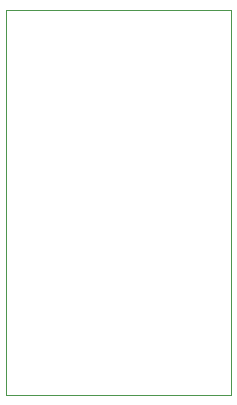
<source format=gm1>
G04 #@! TF.GenerationSoftware,KiCad,Pcbnew,(6.0.4-0)*
G04 #@! TF.CreationDate,2022-09-25T17:40:03+01:00*
G04 #@! TF.ProjectId,FB4NetworkAdaptor,4642344e-6574-4776-9f72-6b4164617074,rev?*
G04 #@! TF.SameCoordinates,Original*
G04 #@! TF.FileFunction,Profile,NP*
%FSLAX46Y46*%
G04 Gerber Fmt 4.6, Leading zero omitted, Abs format (unit mm)*
G04 Created by KiCad (PCBNEW (6.0.4-0)) date 2022-09-25 17:40:03*
%MOMM*%
%LPD*%
G01*
G04 APERTURE LIST*
G04 #@! TA.AperFunction,Profile*
%ADD10C,0.100000*%
G04 #@! TD*
G04 APERTURE END LIST*
D10*
X97200000Y-97300000D02*
X116200000Y-97300000D01*
X116200000Y-97300000D02*
X116200000Y-129900000D01*
X116200000Y-129900000D02*
X97200000Y-129900000D01*
X97200000Y-129900000D02*
X97200000Y-97300000D01*
M02*

</source>
